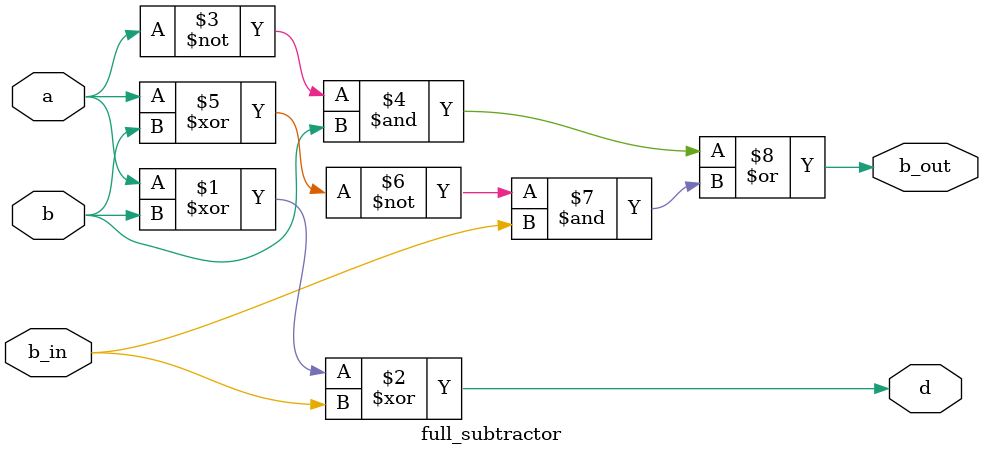
<source format=sv>
`timescale 1ns / 1ps

module full_subtractor(input a, b, b_in, output d, b_out);

    assign d = a ^ b ^ b_in;
    assign b_out = (~a & b) | (~(a ^ b) & b_in);

endmodule : full_subtractor
</source>
